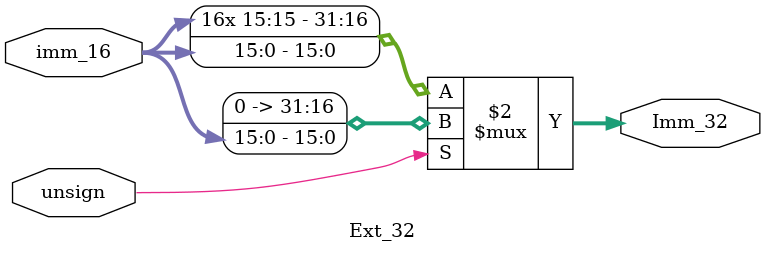
<source format=v>
`timescale 1ns / 1ps
module Ext_32(input unsign, // 1 unsigned; 0 signed
				  input [15:0] imm_16,
				  output[31:0] Imm_32
				 );

	assign Imm_32 = (unsign == 0) ? {{16{imm_16[15]}}, imm_16} : {16'h0000, imm_16};
	
endmodule

</source>
